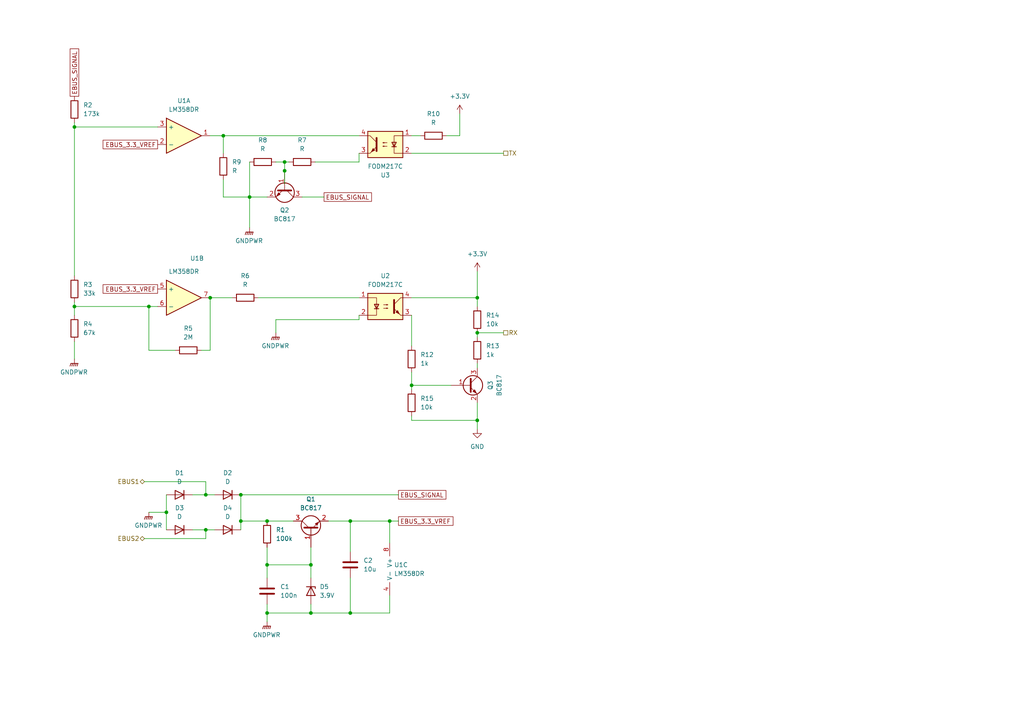
<source format=kicad_sch>
(kicad_sch (version 20230121) (generator eeschema)
  (paper "A4")
  (lib_symbols
    (symbol "Device:C" (pin_numbers hide) (pin_names (offset 0.254))
      (property "Reference" "C" (at 0.635 2.54 0))
      (property "Value" "C" (at 0.635 -2.54 0))
      (symbol "C_0_1"
        (polyline (pts (xy -2.032 -0.762) (xy 2.032 -0.762)) (stroke (width 0.508)))
        (polyline (pts (xy -2.032 0.762) (xy 2.032 0.762)) (stroke (width 0.508)))
      )
      (symbol "C_1_1"
        (pin passive line (at 0 3.81 270) (length 2.794) (name "~") (number "1"))
        (pin passive line (at 0 -3.81 90) (length 2.794) (name "~") (number "2"))
      )
    )
    (symbol "Device:D" (pin_numbers hide) (pin_names (offset 1.016) hide)
      (property "Reference" "D" (at 0 2.54 0))
      (property "Value" "D" (at 0 -2.54 0))
      (symbol "D_0_1"
        (polyline (pts (xy -1.27 1.27) (xy -1.27 -1.27)) (stroke (width 0.254)))
        (polyline (pts (xy 1.27 0) (xy -1.27 0)))
        (polyline (pts (xy 1.27 1.27) (xy 1.27 -1.27) (xy -1.27 0) (xy 1.27 1.27)) (stroke (width 0.254)))
      )
      (symbol "D_1_1"
        (pin passive line (at -3.81 0 0) (length 2.54) (name "K") (number "1"))
        (pin passive line (at 3.81 0 180) (length 2.54) (name "A") (number "2"))
      )
    )
    (symbol "Device:D_Zener" (pin_numbers hide) (pin_names (offset 1.016) hide)
      (property "Reference" "D" (at 0 2.54 0))
      (property "Value" "D_Zener" (at 0 -2.54 0))
      (symbol "D_Zener_0_1"
        (polyline (pts (xy 1.27 0) (xy -1.27 0)))
        (polyline (pts (xy -1.27 -1.27) (xy -1.27 1.27) (xy -0.762 1.27)) (stroke (width 0.254)))
        (polyline (pts (xy 1.27 -1.27) (xy 1.27 1.27) (xy -1.27 0) (xy 1.27 -1.27)) (stroke (width 0.254)))
      )
      (symbol "D_Zener_1_1"
        (pin passive line (at -3.81 0 0) (length 2.54) (name "K") (number "1"))
        (pin passive line (at 3.81 0 180) (length 2.54) (name "A") (number "2"))
      )
    )
    (symbol "Device:Opamp_Dual"
      (property "Reference" "U" (at 0 5.08 0))
      (property "Value" "Opamp_Dual" (at 0 -5.08 0))
      (symbol "Opamp_Dual_1_1"
        (polyline (pts (xy -5.08 5.08) (xy 5.08 0) (xy -5.08 -5.08) (xy -5.08 5.08)) (stroke (width 0.254)) (fill (type background)))
        (pin output line (at 7.62 0 180) (length 2.54) (name "~") (number "1"))
        (pin input line (at -7.62 -2.54 0) (length 2.54) (name "-") (number "2"))
        (pin input line (at -7.62 2.54 0) (length 2.54) (name "+") (number "3"))
      )
      (symbol "Opamp_Dual_2_1"
        (polyline (pts (xy -5.08 5.08) (xy 5.08 0) (xy -5.08 -5.08) (xy -5.08 5.08)) (stroke (width 0.254)) (fill (type background)))
        (pin input line (at -7.62 2.54 0) (length 2.54) (name "+") (number "5"))
        (pin input line (at -7.62 -2.54 0) (length 2.54) (name "-") (number "6"))
        (pin output line (at 7.62 0 180) (length 2.54) (name "~") (number "7"))
      )
      (symbol "Opamp_Dual_3_1"
        (pin power_in line (at -2.54 -7.62 90) (length 3.81) (name "V-") (number "4"))
        (pin power_in line (at -2.54 7.62 270) (length 3.81) (name "V+") (number "8"))
      )
    )
    (symbol "Device:R" (pin_numbers hide) (pin_names (offset 0))
      (property "Reference" "R" (at 2.032 0 90))
      (property "Value" "R" (at 0 0 90))
      (symbol "R_0_1"
        (rectangle (start -1.016 -2.54) (end 1.016 2.54) (stroke (width 0.254)))
      )
      (symbol "R_1_1"
        (pin passive line (at 0 3.81 270) (length 1.27) (name "~") (number "1"))
        (pin passive line (at 0 -3.81 90) (length 1.27) (name "~") (number "2"))
      )
    )
    (symbol "Isolator:FODM217C"
      (property "Reference" "U" (at -5.08 5.08 0))
      (property "Value" "FODM217C" (at 0 5.08 0))
      (symbol "FODM217C_0_1"
        (rectangle (start -5.08 3.81) (end 5.08 -3.81) (stroke (width 0.254)) (fill (type background)))
        (polyline (pts (xy -3.175 -0.635) (xy -1.905 -0.635)) (stroke (width 0.254)))
        (polyline (pts (xy 2.54 0.635) (xy 4.445 2.54)))
        (polyline (pts (xy 4.445 -2.54) (xy 2.54 -0.635)) (fill (type outline)))
        (polyline (pts (xy 4.445 -2.54) (xy 5.08 -2.54)))
        (polyline (pts (xy 4.445 2.54) (xy 5.08 2.54)))
        (polyline (pts (xy -5.08 2.54) (xy -2.54 2.54) (xy -2.54 -0.635)))
        (polyline (pts (xy -2.54 -0.635) (xy -2.54 -2.54) (xy -5.08 -2.54)))
        (polyline (pts (xy 2.54 1.905) (xy 2.54 -1.905) (xy 2.54 -1.905)) (stroke (width 0.508)))
        (polyline (pts (xy -2.54 -0.635) (xy -3.175 0.635) (xy -1.905 0.635) (xy -2.54 -0.635)) (stroke (width 0.254)))
        (polyline (pts (xy -0.508 -0.508) (xy 0.762 -0.508) (xy 0.381 -0.635) (xy 0.381 -0.381) (xy 0.762 -0.508)))
        (polyline (pts (xy -0.508 0.508) (xy 0.762 0.508) (xy 0.381 0.381) (xy 0.381 0.635) (xy 0.762 0.508)))
        (polyline (pts (xy 3.048 -1.651) (xy 3.556 -1.143) (xy 4.064 -2.159) (xy 3.048 -1.651) (xy 3.048 -1.651)) (fill (type outline)))
      )
      (symbol "FODM217C_1_1"
        (pin passive line (at -7.62 2.54 0) (length 2.54) (name "~") (number "1"))
        (pin passive line (at -7.62 -2.54 0) (length 2.54) (name "~") (number "2"))
        (pin passive line (at 7.62 -2.54 180) (length 2.54) (name "~") (number "3"))
        (pin passive line (at 7.62 2.54 180) (length 2.54) (name "~") (number "4"))
      )
    )
    (symbol "Transistor_BJT:BC817" (pin_names (offset 0) hide)
      (property "Reference" "Q" (at 5.08 1.905 0))
      (property "Value" "BC817" (at 5.08 0 0))
      (symbol "BC817_0_1"
        (polyline (pts (xy 0.635 0.635) (xy 2.54 2.54)))
        (polyline (pts (xy 0.635 -0.635) (xy 2.54 -2.54) (xy 2.54 -2.54)))
        (polyline (pts (xy 0.635 1.905) (xy 0.635 -1.905) (xy 0.635 -1.905)) (stroke (width 0.508)))
        (polyline (pts (xy 1.27 -1.778) (xy 1.778 -1.27) (xy 2.286 -2.286) (xy 1.27 -1.778) (xy 1.27 -1.778)) (fill (type outline)))
        (circle (center 1.27 0) (radius 2.8194) (stroke (width 0.254)))
      )
      (symbol "BC817_1_1"
        (pin input line (at -5.08 0 0) (length 5.715) (name "B") (number "1"))
        (pin passive line (at 2.54 -5.08 90) (length 2.54) (name "E") (number "2"))
        (pin passive line (at 2.54 5.08 270) (length 2.54) (name "C") (number "3"))
      )
    )
    (symbol "power:+3.3V" (power) (pin_names (offset 0))
      (property "Value" "+3.3V" (at 0 3.556 0))
      (symbol "+3.3V_0_1"
        (polyline (pts (xy -0.762 1.27) (xy 0 2.54)))
        (polyline (pts (xy 0 0) (xy 0 2.54)))
        (polyline (pts (xy 0 2.54) (xy 0.762 1.27)))
      )
      (symbol "+3.3V_1_1"
        (pin power_in line (at 0 0 90) (length 0) hide (name "+3.3V") (number "1"))
      )
    )
    (symbol "power:GND" (power) (pin_names (offset 0))
      (property "Value" "GND" (at 0 -3.81 0))
      (symbol "GND_0_1"
        (polyline (pts (xy 0 0) (xy 0 -1.27) (xy 1.27 -1.27) (xy 0 -2.54) (xy -1.27 -1.27) (xy 0 -1.27)))
      )
      (symbol "GND_1_1"
        (pin power_in line (at 0 0 270) (length 0) hide (name "GND") (number "1"))
      )
    )
    (symbol "power:GNDPWR" (power) (pin_names (offset 0))
      (property "Value" "GNDPWR" (at 0 -3.302 0))
      (symbol "GNDPWR_0_1"
        (polyline (pts (xy 0 -1.27) (xy 0 0)))
        (polyline (pts (xy -1.016 -1.27) (xy -1.27 -2.032) (xy -1.27 -2.032)) (stroke (width 0.2032)))
        (polyline (pts (xy -0.508 -1.27) (xy -0.762 -2.032) (xy -0.762 -2.032)) (stroke (width 0.2032)))
        (polyline (pts (xy 0 -1.27) (xy -0.254 -2.032) (xy -0.254 -2.032)) (stroke (width 0.2032)))
        (polyline (pts (xy 0.508 -1.27) (xy 0.254 -2.032) (xy 0.254 -2.032)) (stroke (width 0.2032)))
        (polyline (pts (xy 1.016 -1.27) (xy -1.016 -1.27) (xy -1.016 -1.27)) (stroke (width 0.2032)))
        (polyline (pts (xy 1.016 -1.27) (xy 0.762 -2.032) (xy 0.762 -2.032) (xy 0.762 -2.032)) (stroke (width 0.2032)))
      )
      (symbol "GNDPWR_1_1"
        (pin power_in line (at 0 0 270) (length 0) hide (name "GNDPWR") (number "1"))
      )
    )
  )
  (junction (at 72.39 57.15))
  (junction (at 90.17 163.83))
  (junction (at 59.69 153.67))
  (junction (at 77.47 177.8))
  (junction (at 21.59 88.9))
  (junction (at 138.43 121.92))
  (junction (at 90.17 177.8))
  (junction (at 77.47 151.13))
  (junction (at 101.6 151.13))
  (junction (at 59.69 143.51))
  (junction (at 138.43 86.36))
  (junction (at 82.55 46.99))
  (junction (at 119.38 111.76))
  (junction (at 69.85 151.13))
  (junction (at 101.6 177.8))
  (junction (at 48.26 148.59))
  (junction (at 21.59 36.83))
  (junction (at 43.18 88.9))
  (junction (at 60.96 86.36))
  (junction (at 82.55 49.53))
  (junction (at 113.03 151.13))
  (junction (at 77.47 163.83))
  (junction (at 64.77 39.37))
  (junction (at 69.85 143.51))
  (junction (at 138.43 96.52))
  (wire (pts (xy 60.96 101.6) (xy 60.96 86.36)))
  (wire (pts (xy 59.69 156.21) (xy 59.69 153.67)))
  (wire (pts (xy 77.47 180.34) (xy 77.47 177.8)))
  (wire (pts (xy 138.43 86.36) (xy 138.43 88.9)))
  (wire (pts (xy 72.39 46.99) (xy 72.39 57.15)))
  (wire (pts (xy 64.77 57.15) (xy 72.39 57.15)))
  (wire (pts (xy 138.43 96.52) (xy 146.05 96.52)))
  (wire (pts (xy 77.47 163.83) (xy 90.17 163.83)))
  (wire (pts (xy 64.77 52.07) (xy 64.77 57.15)))
  (wire (pts (xy 60.96 86.36) (xy 67.31 86.36)))
  (wire (pts (xy 113.03 177.8) (xy 101.6 177.8)))
  (wire (pts (xy 43.18 88.9) (xy 43.18 101.6)))
  (wire (pts (xy 119.38 111.76) (xy 119.38 113.03)))
  (wire (pts (xy 104.14 46.99) (xy 104.14 44.45)))
  (wire (pts (xy 69.85 143.51) (xy 69.85 151.13)))
  (wire (pts (xy 60.96 39.37) (xy 64.77 39.37)))
  (wire (pts (xy 59.69 139.7) (xy 59.69 143.51)))
  (wire (pts (xy 64.77 39.37) (xy 64.77 44.45)))
  (wire (pts (xy 138.43 124.46) (xy 138.43 121.92)))
  (wire (pts (xy 83.82 46.99) (xy 82.55 46.99)))
  (wire (pts (xy 104.14 91.44) (xy 104.14 92.71)))
  (wire (pts (xy 113.03 151.13) (xy 113.03 157.48)))
  (wire (pts (xy 138.43 78.74) (xy 138.43 86.36)))
  (wire (pts (xy 48.26 148.59) (xy 48.26 153.67)))
  (wire (pts (xy 21.59 88.9) (xy 21.59 87.63)))
  (wire (pts (xy 69.85 151.13) (xy 77.47 151.13)))
  (wire (pts (xy 119.38 39.37) (xy 121.92 39.37)))
  (wire (pts (xy 59.69 153.67) (xy 55.88 153.67)))
  (wire (pts (xy 119.38 91.44) (xy 119.38 100.33)))
  (wire (pts (xy 90.17 175.26) (xy 90.17 177.8)))
  (wire (pts (xy 64.77 39.37) (xy 104.14 39.37)))
  (wire (pts (xy 21.59 91.44) (xy 21.59 88.9)))
  (wire (pts (xy 101.6 151.13) (xy 101.6 160.02)))
  (wire (pts (xy 113.03 151.13) (xy 115.57 151.13)))
  (wire (pts (xy 43.18 88.9) (xy 45.72 88.9)))
  (wire (pts (xy 80.01 92.71) (xy 80.01 96.52)))
  (wire (pts (xy 138.43 121.92) (xy 138.43 116.84)))
  (wire (pts (xy 104.14 92.71) (xy 80.01 92.71)))
  (wire (pts (xy 43.18 148.59) (xy 48.26 148.59)))
  (wire (pts (xy 62.23 153.67) (xy 59.69 153.67)))
  (wire (pts (xy 62.23 143.51) (xy 59.69 143.51)))
  (wire (pts (xy 95.25 151.13) (xy 101.6 151.13)))
  (wire (pts (xy 90.17 158.75) (xy 90.17 163.83)))
  (wire (pts (xy 119.38 107.95) (xy 119.38 111.76)))
  (wire (pts (xy 69.85 143.51) (xy 115.57 143.51)))
  (wire (pts (xy 138.43 97.79) (xy 138.43 96.52)))
  (wire (pts (xy 21.59 36.83) (xy 21.59 80.01)))
  (wire (pts (xy 133.35 33.02) (xy 133.35 39.37)))
  (wire (pts (xy 77.47 177.8) (xy 77.47 175.26)))
  (wire (pts (xy 113.03 172.72) (xy 113.03 177.8)))
  (wire (pts (xy 93.98 57.15) (xy 87.63 57.15)))
  (wire (pts (xy 91.44 46.99) (xy 104.14 46.99)))
  (wire (pts (xy 82.55 53.34) (xy 82.55 49.53)))
  (wire (pts (xy 43.18 101.6) (xy 50.8 101.6)))
  (wire (pts (xy 77.47 163.83) (xy 77.47 158.75)))
  (wire (pts (xy 72.39 57.15) (xy 77.47 57.15)))
  (wire (pts (xy 82.55 46.99) (xy 82.55 49.53)))
  (wire (pts (xy 41.91 156.21) (xy 59.69 156.21)))
  (wire (pts (xy 101.6 151.13) (xy 113.03 151.13)))
  (wire (pts (xy 90.17 177.8) (xy 101.6 177.8)))
  (wire (pts (xy 48.26 143.51) (xy 48.26 148.59)))
  (wire (pts (xy 90.17 177.8) (xy 77.47 177.8)))
  (wire (pts (xy 119.38 120.65) (xy 119.38 121.92)))
  (wire (pts (xy 58.42 101.6) (xy 60.96 101.6)))
  (wire (pts (xy 59.69 143.51) (xy 55.88 143.51)))
  (wire (pts (xy 21.59 36.83) (xy 45.72 36.83)))
  (wire (pts (xy 21.59 99.06) (xy 21.59 104.14)))
  (wire (pts (xy 80.01 46.99) (xy 82.55 46.99)))
  (wire (pts (xy 119.38 44.45) (xy 146.05 44.45)))
  (wire (pts (xy 138.43 105.41) (xy 138.43 106.68)))
  (wire (pts (xy 21.59 88.9) (xy 43.18 88.9)))
  (wire (pts (xy 41.91 139.7) (xy 59.69 139.7)))
  (wire (pts (xy 77.47 151.13) (xy 85.09 151.13)))
  (wire (pts (xy 101.6 167.64) (xy 101.6 177.8)))
  (wire (pts (xy 69.85 151.13) (xy 69.85 153.67)))
  (wire (pts (xy 21.59 36.83) (xy 21.59 35.56)))
  (wire (pts (xy 130.81 111.76) (xy 119.38 111.76)))
  (wire (pts (xy 90.17 163.83) (xy 90.17 167.64)))
  (wire (pts (xy 72.39 57.15) (xy 72.39 66.04)))
  (wire (pts (xy 74.93 86.36) (xy 104.14 86.36)))
  (wire (pts (xy 77.47 167.64) (xy 77.47 163.83)))
  (wire (pts (xy 119.38 86.36) (xy 138.43 86.36)))
  (wire (pts (xy 119.38 121.92) (xy 138.43 121.92)))
  (wire (pts (xy 133.35 39.37) (xy 129.54 39.37)))
  (global_label "EBUS_SIGNAL" (shape passive) (at 93.98 57.15 0) (property "Intersheetrefs" "${INTERSHEET_REFS}" (effects hide)))
  (global_label "EBUS_3.3_VREF" (shape passive) (at 45.72 83.82 180) (property "Intersheetrefs" "${INTERSHEET_REFS}" (effects hide)))
  (global_label "EBUS_SIGNAL" (shape passive) (at 115.57 143.51 0) (property "Intersheetrefs" "${INTERSHEET_REFS}" (effects hide)))
  (global_label "EBUS_3.3_VREF" (shape passive) (at 45.72 41.91 180) (property "Intersheetrefs" "${INTERSHEET_REFS}" (effects hide)))
  (global_label "EBUS_3.3_VREF" (shape passive) (at 115.57 151.13 0) (property "Intersheetrefs" "${INTERSHEET_REFS}" (effects hide)))
  (global_label "EBUS_SIGNAL" (shape passive) (at 21.59 27.94 90) (property "Intersheetrefs" "${INTERSHEET_REFS}" (effects hide)))
  (hierarchical_label "EBUS2" (shape bidirectional) (at 41.91 156.21 180))
  (hierarchical_label "EBUS1" (shape bidirectional) (at 41.91 139.7 180))
  (hierarchical_label "RX" (shape passive) (at 146.05 96.52 0))
  (hierarchical_label "TX" (shape passive) (at 146.05 44.45 0))
  (symbol (lib_id "Transistor_BJT:BC817") (at 82.55 54.61 270) (unit 1)
    (property "Reference" "Q2" (at 82.55 60.96 90))
    (property "Value" "BC817" (at 82.55 63.5 90))
    (property "Footprint" "Package_TO_SOT_SMD:SOT-23" (effects hide))
    (property "Datasheet" "https://www.onsemi.com/pub/Collateral/BC818-D.pdf" (effects hide))
  )
  (symbol (lib_id "Device:R") (at 119.38 116.84 0) (unit 1)
    (property "Reference" "R15" (at 121.92 115.57 0) (effects (justify left)))
    (property "Value" "10k" (at 121.92 118.11 0) (effects (justify left)))
    (property "Footprint" "R_1206_3216Metric_Pad1.30x1.75mm_HandSolder" (effects hide))
  )
  (symbol (lib_id "Device:R") (at 21.59 95.25 0) (unit 1)
    (property "Reference" "R4" (at 24.13 93.98 0) (effects (justify left)))
    (property "Value" "67k" (at 24.13 96.52 0) (effects (justify left)))
    (property "Footprint" "R_1206_3216Metric_Pad1.30x1.75mm_HandSolder" (effects hide))
  )
  (symbol (lib_id "Device:D") (at 52.07 143.51 180) (unit 1)
    (property "Reference" "D1" (at 52.07 137.16 0))
    (property "Value" "D" (at 52.07 139.7 0))
    (property "Footprint" "Diode_SMD:D_MiniMELF" (effects hide))
    (property "Sim.Device" "D" (effects hide))
    (property "Sim.Pins" "1=K 2=A" (effects hide))
    (property "Part Name" "LL4148" (effects hide))
    (property "Part Number" "C181117" (effects hide))
  )
  (symbol (lib_id "Isolator:FODM217C") (at 111.76 88.9 0) (unit 1)
    (property "Reference" "U2" (at 111.76 80.01 0))
    (property "Value" "FODM217C" (at 111.76 82.55 0))
    (property "Footprint" "Package_SO:SOP-4_4.4x2.6mm_P1.27mm" (effects hide))
    (property "Datasheet" "https://www.onsemi.com/pub/Collateral/FODM214-D.PDF" (effects hide))
  )
  (symbol (lib_id "Device:R") (at 125.73 39.37 90) (unit 1)
    (property "Reference" "R10" (at 125.73 33.02 90))
    (property "Value" "R" (at 125.73 35.56 90))
    (property "Footprint" "R_1206_3216Metric_Pad1.30x1.75mm_HandSolder" (effects hide))
  )
  (symbol (lib_id "Device:R") (at 54.61 101.6 90) (unit 1)
    (property "Reference" "R5" (at 54.61 95.25 90))
    (property "Value" "2M" (at 54.61 97.79 90))
    (property "Footprint" "R_1206_3216Metric_Pad1.30x1.75mm_HandSolder" (effects hide))
  )
  (symbol (lib_id "Device:Opamp_Dual") (at 115.57 165.1 0) (unit 3)
    (property "Reference" "U1" (at 114.3 163.83 0) (effects (justify left)))
    (property "Value" "LM358DR" (at 114.3 166.37 0) (effects (justify left)))
    (property "Footprint" "Package_SO:SOIC-8_3.9x4.9mm_P1.27mm" (effects hide))
    (property "Sim.Library" "${KICAD7_SYMBOL_DIR}/Simulation_SPICE.sp" (effects hide))
    (property "Sim.Name" "kicad_builtin_opamp_dual" (effects hide))
    (property "Sim.Device" "SUBCKT" (effects hide))
    (property "Sim.Pins" "1=out1 2=in1- 3=in1+ 4=vee 5=in2+ 6=in2- 7=out2 8=vcc" (effects hide))
    (property "Part Name" "LM358DR" (effects hide))
    (property "Part Number" "C5423" (effects hide))
  )
  (symbol (lib_id "Device:D") (at 66.04 153.67 180) (unit 1)
    (property "Reference" "D4" (at 66.04 147.32 0))
    (property "Value" "D" (at 66.04 149.86 0))
    (property "Footprint" "Diode_SMD:D_MiniMELF" (effects hide))
    (property "Sim.Device" "D" (effects hide))
    (property "Sim.Pins" "1=K 2=A" (effects hide))
    (property "Part Name" "LL4148" (effects hide))
    (property "Part Number" "C181117" (effects hide))
  )
  (symbol (lib_id "Device:Opamp_Dual") (at 53.34 86.36 0) (unit 2)
    (property "Reference" "U1" (at 57.15 74.93 0))
    (property "Value" "LM358DR" (at 53.34 78.74 0))
    (property "Footprint" "Package_SO:SOIC-8_3.9x4.9mm_P1.27mm" (effects hide))
    (property "Sim.Library" "${KICAD7_SYMBOL_DIR}/Simulation_SPICE.sp" (effects hide))
    (property "Sim.Name" "kicad_builtin_opamp_dual" (effects hide))
    (property "Sim.Device" "SUBCKT" (effects hide))
    (property "Sim.Pins" "1=out1 2=in1- 3=in1+ 4=vee 5=in2+ 6=in2- 7=out2 8=vcc" (effects hide))
    (property "Part Name" "LM358DR" (effects hide))
    (property "Part Number" "C5423" (effects hide))
  )
  (symbol (lib_id "Transistor_BJT:BC817") (at 135.89 111.76 0) (unit 1)
    (property "Reference" "Q3" (at 142.24 111.76 90))
    (property "Value" "BC817" (at 144.78 111.76 90))
    (property "Footprint" "Package_TO_SOT_SMD:SOT-23" (effects hide))
    (property "Datasheet" "https://www.onsemi.com/pub/Collateral/BC818-D.pdf" (effects hide))
  )
  (symbol (lib_id "power:GNDPWR") (at 77.47 180.34 0) (unit 1)
    (property "Reference" "#PWR02" (effects hide))
    (property "Value" "GNDPWR" (at 77.343 184.15 0))
  )
  (symbol (lib_id "Device:R") (at 21.59 31.75 0) (unit 1)
    (property "Reference" "R2" (at 24.13 30.48 0) (effects (justify left)))
    (property "Value" "173k" (at 24.13 33.02 0) (effects (justify left)))
    (property "Footprint" "R_1206_3216Metric_Pad1.30x1.75mm_HandSolder" (effects hide))
  )
  (symbol (lib_id "Device:C") (at 77.47 171.45 0) (unit 1)
    (property "Reference" "C1" (at 81.28 170.18 0) (effects (justify left)))
    (property "Value" "100n" (at 81.28 172.72 0) (effects (justify left)))
    (property "Footprint" "Capacitor_SMD:C_1206_3216Metric_Pad1.33x1.80mm_HandSolder" (effects hide))
  )
  (symbol (lib_id "Device:R") (at 138.43 92.71 0) (unit 1)
    (property "Reference" "R14" (at 140.97 91.44 0) (effects (justify left)))
    (property "Value" "10k" (at 140.97 93.98 0) (effects (justify left)))
    (property "Footprint" "R_1206_3216Metric_Pad1.30x1.75mm_HandSolder" (effects hide))
  )
  (symbol (lib_id "Device:R") (at 77.47 154.94 0) (unit 1)
    (property "Reference" "R1" (at 80.01 153.67 0) (effects (justify left)))
    (property "Value" "100k" (at 80.01 156.21 0) (effects (justify left)))
    (property "Footprint" "Resistor_SMD:R_1206_3216Metric_Pad1.30x1.75mm_HandSolder" (effects hide))
  )
  (symbol (lib_id "Device:R") (at 138.43 101.6 0) (unit 1)
    (property "Reference" "R13" (at 140.97 100.33 0) (effects (justify left)))
    (property "Value" "1k" (at 140.97 102.87 0) (effects (justify left)))
    (property "Footprint" "R_1206_3216Metric_Pad1.30x1.75mm_HandSolder" (effects hide))
  )
  (symbol (lib_id "power:GNDPWR") (at 43.18 148.59 0) (unit 1)
    (property "Reference" "#PWR01" (effects hide))
    (property "Value" "GNDPWR" (at 43.053 152.4 0))
  )
  (symbol (lib_id "Isolator:FODM217C") (at 111.76 41.91 0) (mirror y) (unit 1)
    (property "Reference" "U3" (at 111.76 50.8 0))
    (property "Value" "FODM217C" (at 111.76 48.26 0))
    (property "Footprint" "Package_SO:SOP-4_4.4x2.6mm_P1.27mm" (effects hide))
    (property "Datasheet" "https://www.onsemi.com/pub/Collateral/FODM214-D.PDF" (effects hide))
  )
  (symbol (lib_id "power:GND") (at 138.43 124.46 0) (unit 1)
    (property "Reference" "#PWR08" (effects hide))
    (property "Value" "GND" (at 138.43 129.54 0))
  )
  (symbol (lib_id "Device:D_Zener") (at 90.17 171.45 270) (unit 1)
    (property "Reference" "D5" (at 92.71 170.18 90) (effects (justify left)))
    (property "Value" "3.9V" (at 92.71 172.72 90) (effects (justify left)))
    (property "Footprint" "Package_TO_SOT_SMD:SOT-23" (effects hide))
    (property "Part Name" "BZX84C3V9" (effects hide))
  )
  (symbol (lib_id "Device:R") (at 71.12 86.36 90) (unit 1)
    (property "Reference" "R6" (at 71.12 80.01 90))
    (property "Value" "R" (at 71.12 82.55 90))
    (property "Footprint" "R_1206_3216Metric_Pad1.30x1.75mm_HandSolder" (effects hide))
  )
  (symbol (lib_id "Device:D") (at 66.04 143.51 180) (unit 1)
    (property "Reference" "D2" (at 66.04 137.16 0))
    (property "Value" "D" (at 66.04 139.7 0))
    (property "Footprint" "Diode_SMD:D_MiniMELF" (effects hide))
    (property "Sim.Device" "D" (effects hide))
    (property "Sim.Pins" "1=K 2=A" (effects hide))
    (property "Part Name" "LL4148" (effects hide))
    (property "Part Number" "C181117" (effects hide))
  )
  (symbol (lib_id "power:GNDPWR") (at 21.59 104.14 0) (unit 1)
    (property "Reference" "#PWR03" (effects hide))
    (property "Value" "GNDPWR" (at 21.463 107.95 0))
  )
  (symbol (lib_id "power:GNDPWR") (at 72.39 66.04 0) (unit 1)
    (property "Reference" "#PWR05" (effects hide))
    (property "Value" "GNDPWR" (at 72.263 69.85 0))
  )
  (symbol (lib_id "Device:C") (at 101.6 163.83 0) (unit 1)
    (property "Reference" "C2" (at 105.41 162.56 0) (effects (justify left)))
    (property "Value" "10u" (at 105.41 165.1 0) (effects (justify left)))
    (property "Footprint" "Capacitor_SMD:C_1206_3216Metric_Pad1.33x1.80mm_HandSolder" (effects hide))
  )
  (symbol (lib_id "Transistor_BJT:BC817") (at 90.17 153.67 90) (unit 1)
    (property "Reference" "Q1" (at 90.17 144.78 90))
    (property "Value" "BC817" (at 90.17 147.32 90))
    (property "Footprint" "Package_TO_SOT_SMD:SOT-23" (effects hide))
    (property "Datasheet" "https://www.onsemi.com/pub/Collateral/BC818-D.pdf" (effects hide))
  )
  (symbol (lib_id "Device:R") (at 76.2 46.99 90) (unit 1)
    (property "Reference" "R8" (at 76.2 40.64 90))
    (property "Value" "R" (at 76.2 43.18 90))
    (property "Footprint" "R_1206_3216Metric_Pad1.30x1.75mm_HandSolder" (effects hide))
  )
  (symbol (lib_id "Device:D") (at 52.07 153.67 180) (unit 1)
    (property "Reference" "D3" (at 52.07 147.32 0))
    (property "Value" "D" (at 52.07 149.86 0))
    (property "Footprint" "Diode_SMD:D_MiniMELF" (effects hide))
    (property "Sim.Device" "D" (effects hide))
    (property "Sim.Pins" "1=K 2=A" (effects hide))
    (property "Part Name" "LL4148" (effects hide))
    (property "Part Number" "C181117" (effects hide))
  )
  (symbol (lib_id "Device:R") (at 119.38 104.14 180) (unit 1)
    (property "Reference" "R12" (at 121.92 102.87 0) (effects (justify right)))
    (property "Value" "1k" (at 121.92 105.41 0) (effects (justify right)))
    (property "Footprint" "R_1206_3216Metric_Pad1.30x1.75mm_HandSolder" (effects hide))
  )
  (symbol (lib_id "power:+3.3V") (at 133.35 33.02 0) (unit 1)
    (property "Reference" "#PWR06" (effects hide))
    (property "Value" "+3.3V" (at 133.35 27.94 0))
  )
  (symbol (lib_id "Device:Opamp_Dual") (at 53.34 39.37 0) (unit 1)
    (property "Reference" "U1" (at 53.34 29.21 0))
    (property "Value" "LM358DR" (at 53.34 31.75 0))
    (property "Footprint" "Package_SO:SOIC-8_3.9x4.9mm_P1.27mm" (effects hide))
    (property "Sim.Library" "${KICAD7_SYMBOL_DIR}/Simulation_SPICE.sp" (effects hide))
    (property "Sim.Name" "kicad_builtin_opamp_dual" (effects hide))
    (property "Sim.Device" "SUBCKT" (effects hide))
    (property "Sim.Pins" "1=out1 2=in1- 3=in1+ 4=vee 5=in2+ 6=in2- 7=out2 8=vcc" (effects hide))
    (property "Part Name" "LM358DR" (effects hide))
    (property "Part Number" "C5423" (effects hide))
  )
  (symbol (lib_id "Device:R") (at 64.77 48.26 0) (unit 1)
    (property "Reference" "R9" (at 67.31 46.99 0) (effects (justify left)))
    (property "Value" "R" (at 67.31 49.53 0) (effects (justify left)))
    (property "Footprint" "R_1206_3216Metric_Pad1.30x1.75mm_HandSolder" (effects hide))
  )
  (symbol (lib_id "power:GNDPWR") (at 80.01 96.52 0) (unit 1)
    (property "Reference" "#PWR04" (effects hide))
    (property "Value" "GNDPWR" (at 79.883 100.33 0))
  )
  (symbol (lib_id "power:+3.3V") (at 138.43 78.74 0) (unit 1)
    (property "Reference" "#PWR07" (effects hide))
    (property "Value" "+3.3V" (at 138.43 73.66 0))
  )
  (symbol (lib_id "Device:R") (at 87.63 46.99 90) (unit 1)
    (property "Reference" "R7" (at 87.63 40.64 90))
    (property "Value" "R" (at 87.63 43.18 90))
    (property "Footprint" "R_1206_3216Metric_Pad1.30x1.75mm_HandSolder" (effects hide))
  )
  (symbol (lib_id "Device:R") (at 21.59 83.82 0) (unit 1)
    (property "Reference" "R3" (at 24.13 82.55 0) (effects (justify left)))
    (property "Value" "33k" (at 24.13 85.09 0) (effects (justify left)))
    (property "Footprint" "R_1206_3216Metric_Pad1.30x1.75mm_HandSolder" (effects hide))
  )
)
</source>
